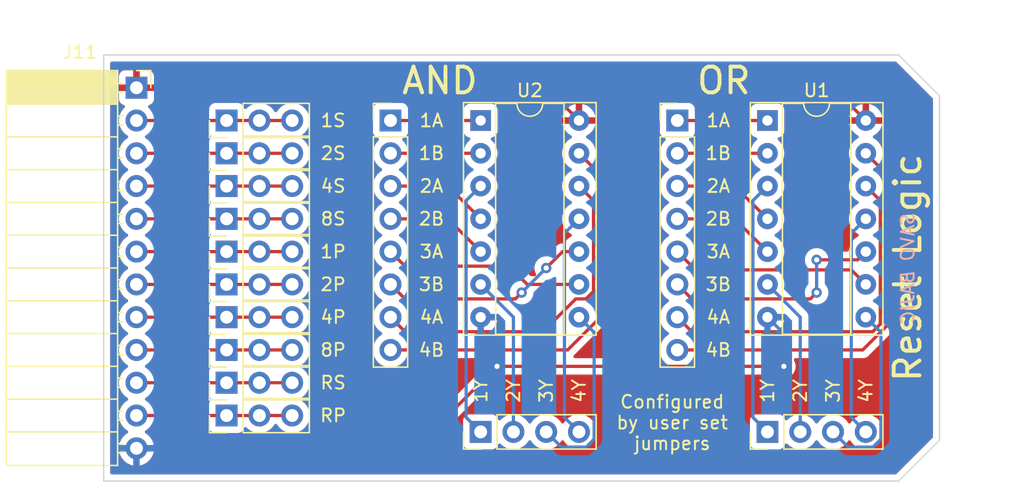
<source format=kicad_pcb>
(kicad_pcb (version 20211014) (generator pcbnew)
  (layers (0 "F.Cu" signal) (31 "B.Cu" signal) (34 "B.Paste" user) (35 "F.Paste" user) (36 "B.SilkS" user "B.Silkscreen") (37 "F.SilkS" user "F.Silkscreen") (38 "B.Mask" user) (39 "F.Mask" user) (44 "Edge.Cuts" user))
  (net 0 "")
  (net 1 "Net-(J1-Pad8)")
  (net 2 "Net-(J1-Pad7)")
  (net 3 "Net-(J1-Pad6)")
  (net 4 "Net-(J1-Pad5)")
  (net 5 "Net-(J1-Pad4)")
  (net 6 "Net-(J1-Pad3)")
  (net 7 "Net-(J1-Pad2)")
  (net 8 "Net-(J1-Pad1)")
  (net 9 "Net-(J2-Pad8)")
  (net 10 "Net-(J2-Pad7)")
  (net 11 "Net-(J2-Pad6)")
  (net 12 "Net-(J2-Pad5)")
  (net 13 "Net-(J2-Pad4)")
  (net 14 "Net-(J2-Pad3)")
  (net 15 "Net-(J2-Pad2)")
  (net 16 "Net-(J2-Pad1)")
  (net 17 "Net-(J3-Pad4)")
  (net 18 "Net-(J3-Pad3)")
  (net 19 "Net-(J3-Pad2)")
  (net 20 "Net-(J3-Pad1)")
  (net 21 "Net-(J4-Pad4)")
  (net 22 "Net-(J4-Pad3)")
  (net 23 "Net-(J4-Pad2)")
  (net 24 "Net-(J4-Pad1)")
  (net 25 "GND")
  (net 26 "VCC")
  (net 27 "/1S")
  (net 28 "/2S")
  (net 29 "/4S")
  (net 30 "/8S")
  (net 31 "/1P")
  (net 32 "/2P")
  (net 33 "/RP")
  (net 34 "/RS")
  (net 35 "/8P")
  (net 36 "/4P")
  (footprint "Connector_PinHeader_2.54mm:PinHeader_1x08_P2.54mm_Vertical" (layer "F.Cu") (at 112.395 85.09)
    (fp_text reference "J1" hide)
    (fp_text value "Conn_01x08_Female" hide)
    (fp_line (start -1.33 19.11) (end 1.33 19.11) (layer "F.SilkS") (width 0.12))
    (fp_line (start -1.33 -1.33) (end 0 -1.33) (layer "F.SilkS") (width 0.12))
    (fp_line (start -1.33 0) (end -1.33 -1.33) (layer "F.SilkS") (width 0.12))
    (fp_line (start -1.33 1.27) (end 1.33 1.27) (layer "F.SilkS") (width 0.12))
    (fp_line (start -1.33 1.27) (end -1.33 19.11) (layer "F.SilkS") (width 0.12))
    (fp_line (start 1.33 1.27) (end 1.33 19.11) (layer "F.SilkS") (width 0.12))
    (pad "1" thru_hole rect locked (at 0 0) (size 1.7 1.7) (drill 1) (layers *.Cu *.Mask) (net 8 "Net-(J1-Pad1)"))
    (pad "2" thru_hole oval locked (at 0 2.54) (size 1.7 1.7) (drill 1) (layers *.Cu *.Mask) (net 7 "Net-(J1-Pad2)"))
    (pad "3" thru_hole oval locked (at 0 5.08) (size 1.7 1.7) (drill 1) (layers *.Cu *.Mask) (net 6 "Net-(J1-Pad3)"))
    (pad "4" thru_hole oval locked (at 0 7.62) (size 1.7 1.7) (drill 1) (layers *.Cu *.Mask) (net 5 "Net-(J1-Pad4)"))
    (pad "5" thru_hole oval locked (at 0 10.16) (size 1.7 1.7) (drill 1) (layers *.Cu *.Mask) (net 4 "Net-(J1-Pad5)"))
    (pad "6" thru_hole oval locked (at 0 12.7) (size 1.7 1.7) (drill 1) (layers *.Cu *.Mask) (net 3 "Net-(J1-Pad6)"))
    (pad "7" thru_hole oval locked (at 0 15.24) (size 1.7 1.7) (drill 1) (layers *.Cu *.Mask) (net 2 "Net-(J1-Pad7)"))
    (pad "8" thru_hole oval locked (at 0 17.78) (size 1.7 1.7) (drill 1) (layers *.Cu *.Mask) (net 1 "Net-(J1-Pad8)"))
  )
  (footprint "Connector_PinHeader_2.54mm:PinHeader_1x08_P2.54mm_Vertical" (layer "F.Cu") (at 90.17 85.09)
    (fp_text reference "J2" hide)
    (fp_text value "Conn_01x08_Female" hide)
    (fp_line (start -1.33 0) (end -1.33 -1.33) (layer "F.SilkS") (width 0.12))
    (fp_line (start -1.33 -1.33) (end 0 -1.33) (layer "F.SilkS") (width 0.12))
    (fp_line (start 1.33 1.27) (end 1.33 19.11) (layer "F.SilkS") (width 0.12))
    (fp_line (start -1.33 19.11) (end 1.33 19.11) (layer "F.SilkS") (width 0.12))
    (fp_line (start -1.33 1.27) (end 1.33 1.27) (layer "F.SilkS") (width 0.12))
    (fp_line (start -1.33 1.27) (end -1.33 19.11) (layer "F.SilkS") (width 0.12))
    (pad "1" thru_hole rect locked (at 0 0) (size 1.7 1.7) (drill 1) (layers *.Cu *.Mask) (net 16 "Net-(J2-Pad1)"))
    (pad "2" thru_hole oval locked (at 0 2.54) (size 1.7 1.7) (drill 1) (layers *.Cu *.Mask) (net 15 "Net-(J2-Pad2)"))
    (pad "3" thru_hole oval locked (at 0 5.08) (size 1.7 1.7) (drill 1) (layers *.Cu *.Mask) (net 14 "Net-(J2-Pad3)"))
    (pad "4" thru_hole oval locked (at 0 7.62) (size 1.7 1.7) (drill 1) (layers *.Cu *.Mask) (net 13 "Net-(J2-Pad4)"))
    (pad "5" thru_hole oval locked (at 0 10.16) (size 1.7 1.7) (drill 1) (layers *.Cu *.Mask) (net 12 "Net-(J2-Pad5)"))
    (pad "6" thru_hole oval locked (at 0 12.7) (size 1.7 1.7) (drill 1) (layers *.Cu *.Mask) (net 11 "Net-(J2-Pad6)"))
    (pad "7" thru_hole oval locked (at 0 15.24) (size 1.7 1.7) (drill 1) (layers *.Cu *.Mask) (net 10 "Net-(J2-Pad7)"))
    (pad "8" thru_hole oval locked (at 0 17.78) (size 1.7 1.7) (drill 1) (layers *.Cu *.Mask) (net 9 "Net-(J2-Pad8)"))
  )
  (footprint "Connector_PinHeader_2.54mm:PinHeader_1x04_P2.54mm_Vertical" (layer "F.Cu") (at 97.155 109.22 90)
    (fp_text reference "J3" hide)
    (fp_text value "Conn_01x04_Female" hide)
    (fp_line (start -1.33 -1.33) (end 0 -1.33) (layer "F.SilkS") (width 0.12))
    (fp_line (start -1.33 1.27) (end -1.33 8.95) (layer "F.SilkS") (width 0.12))
    (fp_line (start -1.33 8.95) (end 1.33 8.95) (layer "F.SilkS") (width 0.12))
    (fp_line (start 1.33 1.27) (end 1.33 8.95) (layer "F.SilkS") (width 0.12))
    (fp_line (start -1.33 0) (end -1.33 -1.33) (layer "F.SilkS") (width 0.12))
    (fp_line (start -1.33 1.27) (end 1.33 1.27) (layer "F.SilkS") (width 0.12))
    (pad "1" thru_hole rect locked (at 0 0 90) (size 1.7 1.7) (drill 1) (layers *.Cu *.Mask) (net 20 "Net-(J3-Pad1)"))
    (pad "2" thru_hole oval locked (at 0 2.54 90) (size 1.7 1.7) (drill 1) (layers *.Cu *.Mask) (net 19 "Net-(J3-Pad2)"))
    (pad "3" thru_hole oval locked (at 0 5.08 90) (size 1.7 1.7) (drill 1) (layers *.Cu *.Mask) (net 18 "Net-(J3-Pad3)"))
    (pad "4" thru_hole oval locked (at 0 7.62 90) (size 1.7 1.7) (drill 1) (layers *.Cu *.Mask) (net 17 "Net-(J3-Pad4)"))
  )
  (footprint "Connector_PinHeader_2.54mm:PinHeader_1x04_P2.54mm_Vertical" (layer "F.Cu") (at 119.38 109.22 90)
    (fp_text reference "J4" hide)
    (fp_text value "Conn_01x04_Female" hide)
    (fp_line (start -1.33 -1.33) (end 0 -1.33) (layer "F.SilkS") (width 0.12))
    (fp_line (start -1.33 1.27) (end -1.33 8.95) (layer "F.SilkS") (width 0.12))
    (fp_line (start -1.33 8.95) (end 1.33 8.95) (layer "F.SilkS") (width 0.12))
    (fp_line (start -1.33 0) (end -1.33 -1.33) (layer "F.SilkS") (width 0.12))
    (fp_line (start -1.33 1.27) (end 1.33 1.27) (layer "F.SilkS") (width 0.12))
    (fp_line (start 1.33 1.27) (end 1.33 8.95) (layer "F.SilkS") (width 0.12))
    (pad "1" thru_hole rect locked (at 0 0 90) (size 1.7 1.7) (drill 1) (layers *.Cu *.Mask) (net 24 "Net-(J4-Pad1)"))
    (pad "2" thru_hole oval locked (at 0 2.54 90) (size 1.7 1.7) (drill 1) (layers *.Cu *.Mask) (net 23 "Net-(J4-Pad2)"))
    (pad "3" thru_hole oval locked (at 0 5.08 90) (size 1.7 1.7) (drill 1) (layers *.Cu *.Mask) (net 22 "Net-(J4-Pad3)"))
    (pad "4" thru_hole oval locked (at 0 7.62 90) (size 1.7 1.7) (drill 1) (layers *.Cu *.Mask) (net 21 "Net-(J4-Pad4)"))
  )
  (footprint "Connector_PinHeader_2.54mm:PinHeader_1x03_P2.54mm_Vertical" (layer "F.Cu") (at 77.47 85.09 90)
    (fp_text reference "J5" hide)
    (fp_text value "Conn_01x03_Male" hide)
    (fp_line (start -1.33 1.27) (end 1.33 1.27) (layer "F.SilkS") (width 0.12))
    (fp_line (start -1.33 6.41) (end 1.33 6.41) (layer "F.SilkS") (width 0.12))
    (fp_line (start 1.33 1.27) (end 1.33 6.41) (layer "F.SilkS") (width 0.12))
    (fp_line (start -1.33 1.27) (end -1.33 6.41) (layer "F.SilkS") (width 0.12))
    (fp_line (start -1.33 0) (end -1.33 -1.33) (layer "F.SilkS") (width 0.12))
    (fp_line (start -1.33 -1.33) (end 0 -1.33) (layer "F.SilkS") (width 0.12))
    (pad "1" thru_hole rect locked (at 0 0 90) (size 1.7 1.7) (drill 1) (layers *.Cu *.Mask) (net 27 "/1S"))
    (pad "2" thru_hole oval locked (at 0 2.54 90) (size 1.7 1.7) (drill 1) (layers *.Cu *.Mask) (net 27 "/1S"))
    (pad "3" thru_hole oval locked (at 0 5.08 90) (size 1.7 1.7) (drill 1) (layers *.Cu *.Mask) (net 27 "/1S"))
  )
  (footprint "Connector_PinHeader_2.54mm:PinHeader_1x03_P2.54mm_Vertical" (layer "F.Cu") (at 77.47 87.63 90)
    (fp_text reference "J6" hide)
    (fp_text value "Conn_01x03_Male" hide)
    (fp_line (start 1.33 1.27) (end 1.33 6.41) (layer "F.SilkS") (width 0.12))
    (fp_line (start -1.33 1.27) (end 1.33 1.27) (layer "F.SilkS") (width 0.12))
    (fp_line (start -1.33 6.41) (end 1.33 6.41) (layer "F.SilkS") (width 0.12))
    (fp_line (start -1.33 1.27) (end -1.33 6.41) (layer "F.SilkS") (width 0.12))
    (fp_line (start -1.33 0) (end -1.33 -1.33) (layer "F.SilkS") (width 0.12))
    (fp_line (start -1.33 -1.33) (end 0 -1.33) (layer "F.SilkS") (width 0.12))
    (pad "1" thru_hole rect locked (at 0 0 90) (size 1.7 1.7) (drill 1) (layers *.Cu *.Mask) (net 28 "/2S"))
    (pad "2" thru_hole oval locked (at 0 2.54 90) (size 1.7 1.7) (drill 1) (layers *.Cu *.Mask) (net 28 "/2S"))
    (pad "3" thru_hole oval locked (at 0 5.08 90) (size 1.7 1.7) (drill 1) (layers *.Cu *.Mask) (net 28 "/2S"))
  )
  (footprint "Connector_PinHeader_2.54mm:PinHeader_1x03_P2.54mm_Vertical" (layer "F.Cu") (at 77.47 90.17 90)
    (fp_text reference "J7" hide)
    (fp_text value "Conn_01x03_Male" hide)
    (fp_line (start -1.33 1.27) (end 1.33 1.27) (layer "F.SilkS") (width 0.12))
    (fp_line (start -1.33 1.27) (end -1.33 6.41) (layer "F.SilkS") (width 0.12))
    (fp_line (start -1.33 6.41) (end 1.33 6.41) (layer "F.SilkS") (width 0.12))
    (fp_line (start -1.33 -1.33) (end 0 -1.33) (layer "F.SilkS") (width 0.12))
    (fp_line (start -1.33 0) (end -1.33 -1.33) (layer "F.SilkS") (width 0.12))
    (fp_line (start 1.33 1.27) (end 1.33 6.41) (layer "F.SilkS") (width 0.12))
    (pad "1" thru_hole rect locked (at 0 0 90) (size 1.7 1.7) (drill 1) (layers *.Cu *.Mask) (net 29 "/4S"))
    (pad "2" thru_hole oval locked (at 0 2.54 90) (size 1.7 1.7) (drill 1) (layers *.Cu *.Mask) (net 29 "/4S"))
    (pad "3" thru_hole oval locked (at 0 5.08 90) (size 1.7 1.7) (drill 1) (layers *.Cu *.Mask) (net 29 "/4S"))
  )
  (footprint "Connector_PinHeader_2.54mm:PinHeader_1x03_P2.54mm_Vertical" (layer "F.Cu") (at 77.47 92.71 90)
    (fp_text reference "J8" hide)
    (fp_text value "Conn_01x03_Male" hide)
    (fp_line (start -1.33 0) (end -1.33 -1.33) (layer "F.SilkS") (width 0.12))
    (fp_line (start 1.33 1.27) (end 1.33 6.41) (layer "F.SilkS") (width 0.12))
    (fp_line (start -1.33 6.41) (end 1.33 6.41) (layer "F.SilkS") (width 0.12))
    (fp_line (start -1.33 -1.33) (end 0 -1.33) (layer "F.SilkS") (width 0.12))
    (fp_line (start -1.33 1.27) (end 1.33 1.27) (layer "F.SilkS") (width 0.12))
    (fp_line (start -1.33 1.27) (end -1.33 6.41) (layer "F.SilkS") (width 0.12))
    (pad "1" thru_hole rect locked (at 0 0 90) (size 1.7 1.7) (drill 1) (layers *.Cu *.Mask) (net 30 "/8S"))
    (pad "2" thru_hole oval locked (at 0 2.54 90) (size 1.7 1.7) (drill 1) (layers *.Cu *.Mask) (net 30 "/8S"))
    (pad "3" thru_hole oval locked (at 0 5.08 90) (size 1.7 1.7) (drill 1) (layers *.Cu *.Mask) (net 30 "/8S"))
  )
  (footprint "Connector_PinHeader_2.54mm:PinHeader_1x03_P2.54mm_Vertical" (layer "F.Cu") (at 77.47 95.25 90)
    (fp_text reference "J9" hide)
    (fp_text value "Conn_01x03_Male" hide)
    (fp_line (start -1.33 -1.33) (end 0 -1.33) (layer "F.SilkS") (width 0.12))
    (fp_line (start 1.33 1.27) (end 1.33 6.41) (layer "F.SilkS") (width 0.12))
    (fp_line (start -1.33 0) (end -1.33 -1.33) (layer "F.SilkS") (width 0.12))
    (fp_line (start -1.33 1.27) (end -1.33 6.41) (layer "F.SilkS") (width 0.12))
    (fp_line (start -1.33 6.41) (end 1.33 6.41) (layer "F.SilkS") (width 0.12))
    (fp_line (start -1.33 1.27) (end 1.33 1.27) (layer "F.SilkS") (width 0.12))
    (pad "1" thru_hole rect locked (at 0 0 90) (size 1.7 1.7) (drill 1) (layers *.Cu *.Mask) (net 31 "/1P"))
    (pad "2" thru_hole oval locked (at 0 2.54 90) (size 1.7 1.7) (drill 1) (layers *.Cu *.Mask) (net 31 "/1P"))
    (pad "3" thru_hole oval locked (at 0 5.08 90) (size 1.7 1.7) (drill 1) (layers *.Cu *.Mask) (net 31 "/1P"))
  )
  (footprint "Connector_PinHeader_2.54mm:PinHeader_1x03_P2.54mm_Vertical" (layer "F.Cu") (at 77.47 97.79 90)
    (fp_text reference "J10" hide)
    (fp_text value "Conn_01x03_Male" hide)
    (fp_line (start -1.33 0) (end -1.33 -1.33) (layer "F.SilkS") (width 0.12))
    (fp_line (start -1.33 -1.33) (end 0 -1.33) (layer "F.SilkS") (width 0.12))
    (fp_line (start -1.33 6.41) (end 1.33 6.41) (layer "F.SilkS") (width 0.12))
    (fp_line (start -1.33 1.27) (end -1.33 6.41) (layer "F.SilkS") (width 0.12))
    (fp_line (start 1.33 1.27) (end 1.33 6.41) (layer "F.SilkS") (width 0.12))
    (fp_line (start -1.33 1.27) (end 1.33 1.27) (layer "F.SilkS") (width 0.12))
    (pad "1" thru_hole rect locked (at 0 0 90) (size 1.7 1.7) (drill 1) (layers *.Cu *.Mask) (net 32 "/2P"))
    (pad "2" thru_hole oval locked (at 0 2.54 90) (size 1.7 1.7) (drill 1) (layers *.Cu *.Mask) (net 32 "/2P"))
    (pad "3" thru_hole oval locked (at 0 5.08 90) (size 1.7 1.7) (drill 1) (layers *.Cu *.Mask) (net 32 "/2P"))
  )
  (footprint "Connector_PinSocket_2.54mm:PinSocket_1x12_P2.54mm_Horizontal" (layer "F.Cu") (at 70.485 82.55)
    (fp_text reference "J11" (at -4.38 -2.77) (layer "F.SilkS"))
    (fp_text value "DISP")
    (fp_line (start -1.46 5.44) (end -1.05 5.44) (layer "F.SilkS") (width 0.12))
    (fp_line (start -10.09 6.35) (end -1.46 6.35) (layer "F.SilkS") (width 0.12))
    (fp_line (start -10.09 11.43) (end -1.46 11.43) (layer "F.SilkS") (width 0.12))
    (fp_line (start -1.46 2.9) (end -1.05 2.9) (layer "F.SilkS") (width 0.12))
    (fp_line (start -10.09 -0.97381) (end -1.46 -0.97381) (layer "F.SilkS") (width 0.12))
    (fp_line (start -1.46 17.42) (end -1.05 17.42) (layer "F.SilkS") (width 0.12))
    (fp_line (start -10.09 0.67952) (end -1.46 0.67952) (layer "F.SilkS") (width 0.12))
    (fp_line (start -10.09 1.1519) (end -1.46 1.1519) (layer "F.SilkS") (width 0.12))
    (fp_line (start -1.46 9.8) (end -1.05 9.8) (layer "F.SilkS") (width 0.12))
    (fp_line (start -1.46 23.22) (end -1.05 23.22) (layer "F.SilkS") (width 0.12))
    (fp_line (start -10.09 -1.21) (end -1.46 -1.21) (layer "F.SilkS") (width 0.12))
    (fp_line (start -10.09 0.325235) (end -1.46 0.325235) (layer "F.SilkS") (width 0.12))
    (fp_line (start 1.11 -1.33) (end 1.11 0) (layer "F.SilkS") (width 0.12))
    (fp_line (start -1.46 19.96) (end -1.05 19.96) (layer "F.SilkS") (width 0.12))
    (fp_line (start -1.46 27.58) (end -1.05 27.58) (layer "F.SilkS") (width 0.12))
    (fp_line (start -10.09 8.89) (end -1.46 8.89) (layer "F.SilkS") (width 0.12))
    (fp_line (start -1.46 28.3) (end -1.05 28.3) (layer "F.SilkS") (width 0.12))
    (fp_line (start -1.46 10.52) (end -1.05 10.52) (layer "F.SilkS") (width 0.12))
    (fp_line (start -1.46 15.6) (end -1.05 15.6) (layer "F.SilkS") (width 0.12))
    (fp_line (start -10.09 1.033805) (end -1.46 1.033805) (layer "F.SilkS") (width 0.12))
    (fp_line (start 0 -1.33) (end 1.11 -1.33) (layer "F.SilkS") (width 0.12))
    (fp_line (start -10.09 0.91571) (end -1.46 0.91571) (layer "F.SilkS") (width 0.12))
    (fp_line (start -10.09 0.797615) (end -1.46 0.797615) (layer "F.SilkS") (width 0.12))
    (fp_line (start -1.46 13.06) (end -1.05 13.06) (layer "F.SilkS") (width 0.12))
    (fp_line (start -10.09 3.81) (end -1.46 3.81) (layer "F.SilkS") (width 0.12))
    (fp_line (start -1.46 7.98) (end -1.05 7.98) (layer "F.SilkS") (width 0.12))
    (fp_line (start -10.09 21.59) (end -1.46 21.59) (layer "F.SilkS") (width 0.12))
    (fp_line (start -10.09 1.27) (end -1.46 1.27) (layer "F.SilkS") (width 0.12))
    (fp_line (start -1.46 14.88) (end -1.05 14.88) (layer "F.SilkS") (width 0.12))
    (fp_line (start -1.46 12.34) (end -1.05 12.34) (layer "F.SilkS") (width 0.12))
    (fp_line (start -10.09 26.67) (end -1.46 26.67) (layer "F.SilkS") (width 0.12))
    (fp_line (start -10.09 -1.091905) (end -1.46 -1.091905) (layer "F.SilkS") (width 0.12))
    (fp_line (start -1.46 22.5) (end -1.05 22.5) (layer "F.SilkS") (width 0.12))
    (fp_line (start -10.09 0.089045) (end -1.46 0.089045) (layer "F.SilkS") (width 0.12))
    (fp_line (start -1.46 7.26) (end -1.05 7.26) (layer "F.SilkS") (width 0.12))
    (fp_line (start -1.46 25.04) (end -1.05 25.04) (layer "F.SilkS") (width 0.12))
    (fp_line (start -10.09 -0.619525) (end -1.46 -0.619525) (layer "F.SilkS") (width 0.12))
    (fp_line (start -10.09 -1.33) (end -1.46 -1.33) (layer "F.SilkS") (width 0.12))
    (fp_line (start -1.46 20.68) (end -1.05 20.68) (layer "F.SilkS") (width 0.12))
    (fp_line (start -10.09 0.44333) (end -1.46 0.44333) (layer "F.SilkS") (width 0.12))
    (fp_line (start -10.09 -0.73762) (end -1.46 -0.73762) (layer "F.SilkS") (width 0.12))
    (fp_line (start -10.09 -0.855715) (end -1.46 -0.855715) (layer "F.SilkS") (width 0.12))
    (fp_line (start -1.46 0.36) (end -1.11 0.36) (layer "F.SilkS") (width 0.12))
    (fp_line (start -10.09 -0.50143) (end -1.46 -0.50143) (layer "F.SilkS") (width 0.12))
    (fp_line (start -10.09 -0.147145) (end -1.46 -0.147145) (layer "F.SilkS") (width 0.12))
    (fp_line (start -10.09 13.97) (end -1.46 13.97) (layer "F.SilkS") (width 0.12))
    (fp_line (start -10.09 29.27) (end -1.46 29.27) (layer "F.SilkS") (width 0.12))
    (fp_line (start -10.09 -1.33) (end -10.09 29.27) (layer "F.SilkS") (width 0.12))
    (fp_line (start -10.09 16.51) (end -1.46 16.51) (layer "F.SilkS") (width 0.12))
    (fp_line (start -10.09 24.13) (end -1.46 24.13) (layer "F.SilkS") (width 0.12))
    (fp_line (start -10.09 -0.26524) (end -1.46 -0.26524) (layer "F.SilkS") (width 0.12))
    (fp_line (start -10.09 -0.383335) (end -1.46 -0.383335) (layer "F.SilkS") (width 0.12))
    (fp_line (start -1.46 18.14) (end -1.05 18.14) (layer "F.SilkS") (width 0.12))
    (fp_line (start -1.46 -0.36) (end -1.11 -0.36) (layer "F.SilkS") (width 0.12))
    (fp_line (start -1.46 25.76) (end -1.05 25.76) (layer "F.SilkS") (width 0.12))
    (fp_line (start -1.46 2.18) (end -1.05 2.18) (layer "F.SilkS") (width 0.12))
    (fp_line (start -10.09 19.05) (end -1.46 19.05) (layer "F.SilkS") (width 0.12))
    (fp_line (start -1.46 4.72) (end -1.05 4.72) (layer "F.SilkS") (width 0.12))
    (fp_line (start -1.46 -1.33) (end -1.46 29.27) (layer "F.SilkS") (width 0.12))
    (fp_line (start -10.09 -0.02905) (end -1.46 -0.02905) (layer "F.SilkS") (width 0.12))
    (fp_line (start -10.09 0.561425) (end -1.46 0.561425) (layer "F.SilkS") (width 0.12))
    (fp_line (start -10.09 0.20714) (end -1.46 0.20714) (layer "F.SilkS") (width 0.12))
    (pad "1" thru_hole rect locked (at 0 0) (size 1.7 1.7) (drill 1) (layers *.Cu *.Mask) (net 26 "VCC"))
    (pad "2" thru_hole oval locked (at 0 2.54) (size 1.7 1.7) (drill 1) (layers *.Cu *.Mask) (net 27 "/1S"))
    (pad "3" thru_hole oval locked (at 0 5.08) (size 1.7 1.7) (drill 1) (layers *.Cu *.Mask) (net 28 "/2S"))
    (pad "4" thru_hole oval locked (at 0 7.62) (size 1.7 1.7) (drill 1) (layers *.Cu *.Mask) (net 29 "/4S"))
    (pad "5" thru_hole oval locked (at 0 10.16) (size 1.7 1.7) (drill 1) (layers *.Cu *.Mask) (net 30 "/8S"))
    (pad "6" thru_hole oval locked (at 0 12.7) (size 1.7 1.7) (drill 1) (layers *.Cu *.Mask) (net 31 "/1P"))
    (pad "7" thru_hole oval locked (at 0 15.24) (size 1.7 1.7) (drill 1) (layers *.Cu *.Mask) (net 32 "/2P"))
    (pad "8" thru_hole oval locked (at 0 17.78) (size 1.7 1.7) (drill 1) (layers *.Cu *.Mask) (net 36 "/4P"))
    (pad "9" thru_hole oval locked (at 0 20.32) (size 1.7 1.7) (drill 1) (layers *.Cu *.Mask) (net 35 "/8P"))
    (pad "10" thru_hole oval locked (at 0 22.86) (size 1.7 1.7) (drill 1) (layers *.Cu *.Mask) (net 34 "/RS"))
    (pad "11" thru_hole oval locked (at 0 25.4) (size 1.7 1.7) (drill 1) (layers *.Cu *.Mask) (net 33 "/RP"))
    (pad "12" thru_hole oval locked (at 0 27.94) (size 1.7 1.7) (drill 1) (layers *.Cu *.Mask) (net 25 "GND"))
  )
  (footprint "Connector_PinHeader_2.54mm:PinHeader_1x03_P2.54mm_Vertical" (layer "F.Cu") (at 77.47 100.33 90)
    (fp_text reference "J12" hide)
    (fp_text value "Conn_01x03_Male" hide)
    (fp_line (start -1.33 6.41) (end 1.33 6.41) (layer "F.SilkS") (width 0.12))
    (fp_line (start -1.33 -1.33) (end 0 -1.33) (layer "F.SilkS") (width 0.12))
    (fp_line (start 1.33 1.27) (end 1.33 6.41) (layer "F.SilkS") (width 0.12))
    (fp_line (start -1.33 0) (end -1.33 -1.33) (layer "F.SilkS") (width 0.12))
    (fp_line (start -1.33 1.27) (end 1.33 1.27) (layer "F.SilkS") (width 0.12))
    (fp_line (start -1.33 1.27) (end -1.33 6.41) (layer "F.SilkS") (width 0.12))
    (pad "1" thru_hole rect locked (at 0 0 90) (size 1.7 1.7) (drill 1) (layers *.Cu *.Mask) (net 36 "/4P"))
    (pad "2" thru_hole oval locked (at 0 2.54 90) (size 1.7 1.7) (drill 1) (layers *.Cu *.Mask) (net 36 "/4P"))
    (pad "3" thru_hole oval locked (at 0 5.08 90) (size 1.7 1.7) (drill 1) (layers *.Cu *.Mask) (net 36 "/4P"))
  )
  (footprint "Connector_PinHeader_2.54mm:PinHeader_1x03_P2.54mm_Vertical" (layer "F.Cu") (at 77.47 102.87 90)
    (fp_text reference "J13" hide)
    (fp_text value "Conn_01x03_Male" hide)
    (fp_line (start 1.33 1.27) (end 1.33 6.41) (layer "F.SilkS") (width 0.12))
    (fp_line (start -1.33 0) (end -1.33 -1.33) (layer "F.SilkS") (width 0.12))
    (fp_line (start -1.33 6.41) (end 1.33 6.41) (layer "F.SilkS") (width 0.12))
    (fp_line (start -1.33 1.27) (end 1.33 1.27) (layer "F.SilkS") (width 0.12))
    (fp_line (start -1.33 -1.33) (end 0 -1.33) (layer "F.SilkS") (width 0.12))
    (fp_line (start -1.33 1.27) (end -1.33 6.41) (layer "F.SilkS") (width 0.12))
    (pad "1" thru_hole rect locked (at 0 0 90) (size 1.7 1.7) (drill 1) (layers *.Cu *.Mask) (net 35 "/8P"))
    (pad "2" thru_hole oval locked (at 0 2.54 90) (size 1.7 1.7) (drill 1) (layers *.Cu *.Mask) (net 35 "/8P"))
    (pad "3" thru_hole oval locked (at 0 5.08 90) (size 1.7 1.7) (drill 1) (layers *.Cu *.Mask) (net 35 "/8P"))
  )
  (footprint "Connector_PinHeader_2.54mm:PinHeader_1x03_P2.54mm_Vertical" (layer "F.Cu") (at 77.47 105.41 90)
    (fp_text reference "J14" hide)
    (fp_text value "Conn_01x03_Male" hide)
    (fp_line (start 1.33 1.27) (end 1.33 6.41) (layer "F.SilkS") (width 0.12))
    (fp_line (start -1.33 6.41) (end 1.33 6.41) (layer "F.SilkS") (width 0.12))
    (fp_line (start -1.33 1.27) (end -1.33 6.41) (layer "F.SilkS") (width 0.12))
    (fp_line (start -1.33 -1.33) (end 0 -1.33) (layer "F.SilkS") (width 0.12))
    (fp_line (start -1.33 0) (end -1.33 -1.33) (layer "F.SilkS") (width 0.12))
    (fp_line (start -1.33 1.27) (end 1.33 1.27) (layer "F.SilkS") (width 0.12))
    (pad "1" thru_hole rect locked (at 0 0 90) (size 1.7 1.7) (drill 1) (layers *.Cu *.Mask) (net 34 "/RS"))
    (pad "2" thru_hole oval locked (at 0 2.54 90) (size 1.7 1.7) (drill 1) (layers *.Cu *.Mask) (net 34 "/RS"))
    (pad "3" thru_hole oval locked (at 0 5.08 90) (size 1.7 1.7) (drill 1) (layers *.Cu *.Mask) (net 34 "/RS"))
  )
  (footprint "Connector_PinHeader_2.54mm:PinHeader_1x03_P2.54mm_Vertical" (layer "F.Cu") (at 77.47 107.95 90)
    (fp_text reference "J15" hide)
    (fp_text value "Conn_01x03_Male" hide)
    (fp_line (start -1.33 1.27) (end -1.33 6.41) (layer "F.SilkS") (width 0.12))
    (fp_line (start -1.33 0) (end -1.33 -1.33) (layer "F.SilkS") (width 0.12))
    (fp_line (start -1.33 -1.33) (end 0 -1.33) (layer "F.SilkS") (width 0.12))
    (fp_line (start -1.33 6.41) (end 1.33 6.41) (layer "F.SilkS") (width 0.12))
    (fp_line (start -1.33 1.27) (end 1.33 1.27) (layer "F.SilkS") (width 0.12))
    (fp_line (start 1.33 1.27) (end 1.33 6.41) (layer "F.SilkS") (width 0.12))
    (pad "1" thru_hole rect locked (at 0 0 90) (size 1.7 1.7) (drill 1) (layers *.Cu *.Mask) (net 33 "/RP"))
    (pad "2" thru_hole oval locked (at 0 2.54 90) (size 1.7 1.7) (drill 1) (layers *.Cu *.Mask) (net 33 "/RP"))
    (pad "3" thru_hole oval locked (at 0 5.08 90) (size 1.7 1.7) (drill 1) (layers *.Cu *.Mask) (net 33 "/RP"))
  )
  (footprint "Package_DIP:DIP-14_W7.62mm_Socket" (layer "F.Cu") (at 119.38 85.09)
    (fp_text reference "U1" (at 3.81 -2.33) (layer "F.SilkS"))
    (fp_text value "74LS32")
    (fp_line (start -1.33 -1.39) (end -1.33 16.63) (layer "F.SilkS") (width 0.12))
    (fp_line (start 8.95 -1.39) (end -1.33 -1.39) (layer "F.SilkS") (width 0.12))
    (fp_line (start 2.81 -1.33) (end 1.16 -1.33) (layer "F.SilkS") (width 0.12))
    (fp_line (start 8.95 16.63) (end 8.95 -1.39) (layer "F.SilkS") (width 0.12))
    (fp_line (start 1.16 -1.33) (end 1.16 16.57) (layer "F.SilkS") (width 0.12))
    (fp_line (start 6.46 -1.33) (end 4.81 -1.33) (layer "F.SilkS") (width 0.12))
    (fp_line (start 6.46 16.57) (end 6.46 -1.33) (layer "F.SilkS") (width 0.12))
    (fp_line (start -1.33 16.63) (end 8.95 16.63) (layer "F.SilkS") (width 0.12))
    (fp_line (start 1.16 16.57) (end 6.46 16.57) (layer "F.SilkS") (width 0.12))
    (fp_arc (start 4.81 -1.33) (mid 3.81 -0.33) (end 2.81 -1.33) (layer "F.SilkS") (width 0.12))
    (pad "1" thru_hole rect locked (at 0 0) (size 1.6 1.6) (drill 0.8) (layers *.Cu *.Mask) (net 8 "Net-(J1-Pad1)"))
    (pad "2" thru_hole oval locked (at 0 2.54) (size 1.6 1.6) (drill 0.8) (layers *.Cu *.Mask) (net 7 "Net-(J1-Pad2)"))
    (pad "3" thru_hole oval locked (at 0 5.08) (size 1.6 1.6) (drill 0.8) (layers *.Cu *.Mask) (net 24 "Net-(J4-Pad1)"))
    (pad "4" thru_hole oval locked (at 0 7.62) (size 1.6 1.6) (drill 0.8) (layers *.Cu *.Mask) (net 6 "Net-(J1-Pad3)"))
    (pad "5" thru_hole oval locked (at 0 10.16) (size 1.6 1.6) (drill 0.8) (layers *.Cu *.Mask) (net 5 "Net-(J1-Pad4)"))
    (pad "6" thru_hole oval locked (at 0 12.7) (size 1.6 1.6) (drill 0.8) (layers *.Cu *.Mask) (net 23 "Net-(J4-Pad2)"))
    (pad "7" thru_hole oval locked (at 0 15.24) (size 1.6 1.6) (drill 0.8) (layers *.Cu *.Mask) (net 25 "GND"))
    (pad "8" thru_hole oval locked (at 7.62 15.24) (size 1.6 1.6) (drill 0.8) (layers *.Cu *.Mask) (net 22 "Net-(J4-Pad3)"))
    (pad "9" thru_hole oval locked (at 7.62 12.7) (size 1.6 1.6) (drill 0.8) (layers *.Cu *.Mask) (net 4 "Net-(J1-Pad5)"))
    (pad "10" thru_hole oval locked (at 7.62 10.16) (size 1.6 1.6) (drill 0.8) (layers *.Cu *.Mask) (net 3 "Net-(J1-Pad6)"))
    (pad "11" thru_hole oval locked (at 7.62 7.62) (size 1.6 1.6) (drill 0.8) (layers *.Cu *.Mask) (net 21 "Net-(J4-Pad4)"))
    (pad "12" thru_hole oval locked (at 7.62 5.08) (size 1.6 1.6) (drill 0.8) (layers *.Cu *.Mask) (net 2 "Net-(J1-Pad7)"))
    (pad "13" thru_hole oval locked (at 7.62 2.54) (size 1.6 1.6) (drill 0.8) (layers *.Cu *.Mask) (net 1 "Net-(J1-Pad8)"))
    (pad "14" thru_hole oval locked (at 7.62 0) (size 1.6 1.6) (drill 0.8) (layers *.Cu *.Mask) (net 26 "VCC"))
  )
  (footprint "Package_DIP:DIP-14_W7.62mm_Socket" (layer "F.Cu") (at 97.155 85.09)
    (fp_text reference "U2" (at 3.81 -2.33) (layer "F.SilkS"))
    (fp_text value "74LS08")
    (fp_line (start 6.46 -1.33) (end 4.81 -1.33) (layer "F.SilkS") (width 0.12))
    (fp_line (start 1.16 -1.33) (end 1.16 16.57) (layer "F.SilkS") (width 0.12))
    (fp_line (start -1.33 16.63) (end 8.95 16.63) (layer "F.SilkS") (width 0.12))
    (fp_line (start -1.33 -1.39) (end -1.33 16.63) (layer "F.SilkS") (width 0.12))
    (fp_line (start 8.95 -1.39) (end -1.33 -1.39) (layer "F.SilkS") (width 0.12))
    (fp_line (start 6.46 16.57) (end 6.46 -1.33) (layer "F.SilkS") (width 0.12))
    (fp_line (start 8.95 16.63) (end 8.95 -1.39) (layer "F.SilkS") (width 0.12))
    (fp_line (start 1.16 16.57) (end 6.46 16.57) (layer "F.SilkS") (width 0.12))
    (fp_line (start 2.81 -1.33) (end 1.16 -1.33) (layer "F.SilkS") (width 0.12))
    (fp_arc (start 4.81 -1.33) (mid 3.81 -0.33) (end 2.81 -1.33) (layer "F.SilkS") (width 0.12))
    (pad "1" thru_hole rect locked (at 0 0) (size 1.6 1.6) (drill 0.8) (layers *.Cu *.Mask) (net 16 "Net-(J2-Pad1)"))
    (pad "2" thru_hole oval locked (at 0 2.54) (size 1.6 1.6) (drill 0.8) (layers *.Cu *.Mask) (net 15 "Net-(J2-Pad2)"))
    (pad "3" thru_hole oval locked (at 0 5.08) (size 1.6 1.6) (drill 0.8) (layers *.Cu *.Mask) (net 20 "Net-(J3-Pad1)"))
    (pad "4" thru_hole oval locked (at 0 7.62) (size 1.6 1.6) (drill 0.8) (layers *.Cu *.Mask) (net 14 "Net-(J2-Pad3)"))
    (pad "5" thru_hole oval locked (at 0 10.16) (size 1.6 1.6) (drill 0.8) (layers *.Cu *.Mask) (net 13 "Net-(J2-Pad4)"))
    (pad "6" thru_hole oval locked (at 0 12.7) (size 1.6 1.6) (drill 0.8) (layers *.Cu *.Mask) (net 19 "Net-(J3-Pad2)"))
    (pad "7" thru_hole oval locked (at 0 15.24) (size 1.6 1.6) (drill 0.8) (layers *.Cu *.Mask) (net 25 "GND"))
    (pad "8" thru_hole oval locked (at 7.62 15.24) (size 1.6 1.6) (drill 0.8) (layers *.Cu *.Mask) (net 18 "Net-(J3-Pad3)"))
    (pad "9" thru_hole oval locked (at 7.62 12.7) (size 1.6 1.6) (drill 0.8) (layers *.Cu *.Mask) (net 12 "Net-(J2-Pad5)"))
    (pad "10" thru_hole oval locked (at 7.62 10.16) (size 1.6 1.6) (drill 0.8) (layers *.Cu *.Mask) (net 11 "Net-(J2-Pad6)"))
    (pad "11" thru_hole oval locked (at 7.62 7.62) (size 1.6 1.6) (drill 0.8) (layers *.Cu *.Mask) (net 17 "Net-(J3-Pad4)"))
    (pad "12" thru_hole oval locked (at 7.62 5.08) (size 1.6 1.6) (drill 0.8) (layers *.Cu *.Mask) (net 10 "Net-(J2-Pad7)"))
    (pad "13" thru_hole oval locked (at 7.62 2.54) (size 1.6 1.6) (drill 0.8) (layers *.Cu *.Mask) (net 9 "Net-(J2-Pad8)"))
    (pad "14" thru_hole oval locked (at 7.62 0) (size 1.6 1.6) (drill 0.8) (layers *.Cu *.Mask) (net 26 "VCC"))
  )
  (gr_line (start 132.715 109.855) (end 129.54 113.03) (layer "Edge.Cuts") (width 0.1))
  (gr_line (start 67.945 80.01) (end 67.945 113.03) (layer "Edge.Cuts") (width 0.1))
  (gr_line (start 132.715 83.185) (end 132.715 109.855) (layer "Edge.Cuts") (width 0.1))
  (gr_line (start 67.945 80.01) (end 129.54 80.01) (layer "Edge.Cuts") (width 0.1))
  (gr_line (start 129.54 80.01) (end 132.715 83.185) (layer "Edge.Cuts") (width 0.1))
  (gr_line (start 67.945 113.03) (end 129.54 113.03) (layer "Edge.Cuts") (width 0.1))
  (gr_text "SAVO BAJIC" (at 130.25 96.5 90) (layer "B.SilkS") (effects (font (size 1 1) (thickness 0.15) italic) (justify mirror)))
  (gr_text "3B" (at 115.57 97.79) (layer "F.SilkS") (effects (font (size 1 1))))
  (gr_text "2A" (at 115.57 90.17) (layer "F.SilkS") (effects (font (size 1 1))))
  (gr_text "1B" (at 115.57 87.63) (layer "F.SilkS") (effects (font (size 1 1))))
  (gr_text "3A" (at 115.57 95.25) (layer "F.SilkS") (effects (font (size 1 1))))
  (gr_text "4A" (at 115.57 100.33) (layer "F.SilkS") (effects (font (size 1 1))))
  (gr_text "1A" (at 115.57 85.09) (layer "F.SilkS") (effects (font (size 1 1))))
  (gr_text "2B" (at 115.57 92.71) (layer "F.SilkS") (effects (font (size 1 1))))
  (gr_text "4B" (at 115.57 102.87) (layer "F.SilkS") (effects (font (size 1 1))))
  (gr_text "3Y" (at 124.46 106.045 90) (layer "F.SilkS") (effects (font (size 1 1))))
  (gr_text "2Y" (at 121.92 106.045 90) (layer "F.SilkS") (effects (font (size 1 1))))
  (gr_text "4Y" (at 127 106.045 90) (layer "F.SilkS") (effects (font (size 1 1))))
  (gr_text "1Y" (at 119.38 106.045 90) (layer "F.SilkS") (effects (font (size 1 1))))
  (gr_text "1A" (at 93.345 85.09) (layer "F.SilkS") (effects (font (size 1 1))))
  (gr_text "3B" (at 93.345 97.79) (layer "F.SilkS") (effects (font (size 1 1))))
  (gr_text "1P" (at 85.725 95.25) (layer "F.SilkS") (effects (font (size 1 1))))
  (gr_text "RP" (at 85.725 107.95) (layer "F.SilkS") (effects (font (size 1 1))))
  (gr_text "AND" (at 94 82) (layer "F.SilkS") (effects (font (size 2 2) (thickness 0.3))))
  (gr_text "2Y" (at 99.695 106.045 90) (layer "F.SilkS") (effects (font (size 1 1))))
  (gr_text "1S" (at 85.725 85.09) (layer "F.SilkS") (effects (font (size 1 1))))
  (gr_text "4P" (at 85.725 100.33) (layer "F.SilkS") (effects (font (size 1 1))))
  (gr_text "1Y" (at 97.155 106.045 90) (layer "F.SilkS") (effects (font (size 1 1))))
  (gr_text "2A" (at 93.345 90.17) (layer "F.SilkS") (effects (font (size 1 1))))
  (gr_text "Reset Logic" (at 130.25 96.5 90) (layer "F.SilkS") (effects (font (size 2 2) (thickness 0.3))))
  (gr_text "Configured\nby user set\njumpers" (at 112 108.5) (layer "F.SilkS") (effects (font (size 1 1))))
  (gr_text "4S" (at 85.725 90.17) (layer "F.SilkS") (effects (font (size 1 1))))
  (gr_text "RS" (at 85.725 105.41) (layer "F.SilkS") (effects (font (size 1 1))))
  (gr_text "2P" (at 85.725 97.79) (layer "F.SilkS") (effects (font (size 1 1))))
  (gr_text "2S" (at 85.725 87.63) (layer "F.SilkS") (effects (font (size 1 1))))
  (gr_text "4A" (at 93.345 100.33) (layer "F.SilkS") (effects (font (size 1 1))))
  (gr_text "3A" (at 93.345 95.25) (layer "F.SilkS") (effects (font (size 1 1))))
  (gr_text "4B" (at 93.345 102.87) (layer "F.SilkS") (effects (font (size 1 1))))
  (gr_text "3Y" (at 102.235 106.045 90) (layer "F.SilkS") (effects (font (size 1 1))))
  (gr_text "8S" (at 85.725 92.71) (layer "F.SilkS") (effects (font (size 1 1))))
  (gr_text "2B" (at 93.345 92.71) (layer "F.SilkS") (effects (font (size 1 1))))
  (gr_text "4Y" (at 104.775 106.045 90) (layer "F.SilkS") (effects (font (size 1 1))))
  (gr_text "8P" (at 85.725 102.87) (layer "F.SilkS") (effects (font (size 1 1))))
  (gr_text "OR" (at 116 82) (layer "F.SilkS") (effects (font (size 2 2) (thickness 0.3))))
  (gr_text "1B" (at 93.345 87.63) (layer "F.SilkS") (effects (font (size 1 1))))
  (segment (start 126.761412 102.87) (end 112.395 102.87) (width 0.25) (layer "F.Cu") (net 1))
  (segment (start 127 87.63) (end 128.57501 89.20501) (width 0.25) (layer "F.Cu") (net 1))
  (segment (start 128.57501 89.20501) (end 128.57501 101.056402) (width 0.25) (layer "F.Cu") (net 1))
  (segment (start 128.57501 101.056402) (end 126.761412 102.87) (width 0.25) (layer "F.Cu") (net 1))
  (segment (start 113.520001 101.455001) (end 127.540001 101.455001) (width 0.25) (layer "F.Cu") (net 2))
  (segment (start 128.125001 100.870001) (end 128.125001 91.295001) (width 0.25) (layer "F.Cu") (net 2))
  (segment (start 128.125001 91.295001) (end 127 90.17) (width 0.25) (layer "F.Cu") (net 2))
  (segment (start 112.395 100.33) (end 113.520001 101.455001) (width 0.25) (layer "F.Cu") (net 2))
  (segment (start 127.540001 101.455001) (end 128.125001 100.870001) (width 0.25) (layer "F.Cu") (net 2))
  (segment (start 122.699999 98.915001) (end 123.19 98.425) (width 0.25) (layer "F.Cu") (net 3))
  (segment (start 112.395 97.79) (end 113.520001 98.915001) (width 0.25) (layer "F.Cu") (net 3))
  (segment (start 123.19 95.885) (end 126.365 95.885) (width 0.25) (layer "F.Cu") (net 3))
  (segment (start 113.520001 98.915001) (end 122.699999 98.915001) (width 0.25) (layer "F.Cu") (net 3))
  (segment (start 126.365 95.885) (end 127 95.25) (width 0.25) (layer "F.Cu") (net 3))
  (via (at 123.19 98.425) (size 0.8) (drill 0.4) (layers "F.Cu" "B.Cu") (net 3))
  (via (at 123.19 95.885) (size 0.8) (drill 0.4) (layers "F.Cu" "B.Cu") (net 3))
  (segment (start 123.19 98.425) (end 123.19 95.885) (width 0.25) (layer "B.Cu") (net 3))
  (segment (start 125.874999 96.664999) (end 127 97.79) (width 0.25) (layer "F.Cu") (net 4))
  (segment (start 112.395 95.25) (end 113.809999 96.664999) (width 0.25) (layer "F.Cu") (net 4))
  (segment (start 113.809999 96.664999) (end 125.874999 96.664999) (width 0.25) (layer "F.Cu") (net 4))
  (segment (start 112.395 92.71) (end 116.84 92.71) (width 0.25) (layer "F.Cu") (net 5))
  (segment (start 116.84 92.71) (end 119.38 95.25) (width 0.25) (layer "F.Cu") (net 5))
  (segment (start 116.84 90.17) (end 119.38 92.71) (width 0.25) (layer "F.Cu") (net 6))
  (segment (start 112.395 90.17) (end 116.84 90.17) (width 0.25) (layer "F.Cu") (net 6))
  (segment (start 119.38 87.63) (end 112.395 87.63) (width 0.25) (layer "F.Cu") (net 7))
  (segment (start 112.395 85.09) (end 119.38 85.09) (width 0.25) (layer "F.Cu") (net 8))
  (segment (start 106.35001 100.419992) (end 106.35001 89.20501) (width 0.25) (layer "F.Cu") (net 9))
  (segment (start 103.900002 102.87) (end 106.35001 100.419992) (width 0.25) (layer "F.Cu") (net 9))
  (segment (start 90.17 102.87) (end 103.900002 102.87) (width 0.25) (layer "F.Cu") (net 9))
  (segment (start 106.35001 89.20501) (end 104.775 87.63) (width 0.25) (layer "F.Cu") (net 9))
  (segment (start 90.17 100.33) (end 91.295001 101.455001) (width 0.25) (layer "F.Cu") (net 10))
  (segment (start 105.900001 91.295001) (end 104.775 90.17) (width 0.25) (layer "F.Cu") (net 10))
  (segment (start 101.984997 101.455001) (end 104.524997 98.915001) (width 0.25) (layer "F.Cu") (net 10))
  (segment (start 105.315001 98.915001) (end 105.900001 98.330001) (width 0.25) (layer "F.Cu") (net 10))
  (segment (start 104.524997 98.915001) (end 105.315001 98.915001) (width 0.25) (layer "F.Cu") (net 10))
  (segment (start 105.900001 98.330001) (end 105.900001 91.295001) (width 0.25) (layer "F.Cu") (net 10))
  (segment (start 91.295001 101.455001) (end 101.984997 101.455001) (width 0.25) (layer "F.Cu") (net 10))
  (segment (start 91.295001 98.915001) (end 99.839999 98.915001) (width 0.25) (layer "F.Cu") (net 11))
  (segment (start 103.505 95.25) (end 104.775 95.25) (width 0.25) (layer "F.Cu") (net 11))
  (segment (start 99.839999 98.915001) (end 100.33 98.425) (width 0.25) (layer "F.Cu") (net 11))
  (segment (start 90.17 97.79) (end 91.295001 98.915001) (width 0.25) (layer "F.Cu") (net 11))
  (segment (start 102.235 96.52) (end 103.505 95.25) (width 0.25) (layer "F.Cu") (net 11))
  (via (at 100.33 98.425) (size 0.8) (drill 0.4) (layers "F.Cu" "B.Cu") (net 11))
  (via (at 102.235 96.52) (size 0.8) (drill 0.4) (layers "F.Cu" "B.Cu") (net 11))
  (segment (start 100.33 98.425) (end 102.235 96.52) (width 0.25) (layer "B.Cu") (net 11))
  (segment (start 91.295001 96.375001) (end 90.17 95.25) (width 0.25) (layer "F.Cu") (net 12))
  (segment (start 104.775 97.79) (end 100.768002 97.79) (width 0.25) (layer "F.Cu") (net 12))
  (segment (start 99.353003 96.375001) (end 91.295001 96.375001) (width 0.25) (layer "F.Cu") (net 12))
  (segment (start 100.768002 97.79) (end 99.353003 96.375001) (width 0.25) (layer "F.Cu") (net 12))
  (segment (start 90.17 92.71) (end 94.615 92.71) (width 0.25) (layer "F.Cu") (net 13))
  (segment (start 94.615 92.71) (end 97.155 95.25) (width 0.25) (layer "F.Cu") (net 13))
  (segment (start 90.17 90.17) (end 94.615 90.17) (width 0.25) (layer "F.Cu") (net 14))
  (segment (start 94.615 90.17) (end 97.155 92.71) (width 0.25) (layer "F.Cu") (net 14))
  (segment (start 90.17 87.63) (end 97.155 87.63) (width 0.25) (layer "F.Cu") (net 15))
  (segment (start 90.17 85.09) (end 97.155 85.09) (width 0.25) (layer "F.Cu") (net 16))
  (segment (start 103.649999 108.094999) (end 103.649999 93.835001) (width 0.25) (layer "B.Cu") (net 17))
  (segment (start 103.649999 93.835001) (end 104.775 92.71) (width 0.25) (layer "B.Cu") (net 17))
  (segment (start 104.775 109.22) (end 103.649999 108.094999) (width 0.25) (layer "B.Cu") (net 17))
  (segment (start 105.339001 110.395001) (end 105.950001 109.784001) (width 0.25) (layer "B.Cu") (net 18))
  (segment (start 105.950001 101.505001) (end 104.775 100.33) (width 0.25) (layer "B.Cu") (net 18))
  (segment (start 105.950001 109.784001) (end 105.950001 101.505001) (width 0.25) (layer "B.Cu") (net 18))
  (segment (start 102.235 109.22) (end 103.410001 110.395001) (width 0.25) (layer "B.Cu") (net 18))
  (segment (start 103.410001 110.395001) (end 105.339001 110.395001) (width 0.25) (layer "B.Cu") (net 18))
  (segment (start 99.695 109.22) (end 99.695 100.33) (width 0.25) (layer "B.Cu") (net 19))
  (segment (start 99.695 100.33) (end 97.155 97.79) (width 0.25) (layer "B.Cu") (net 19))
  (segment (start 97.155 90.17) (end 96.029999 91.295001) (width 0.25) (layer "B.Cu") (net 20))
  (segment (start 96.029999 108.094999) (end 97.155 109.22) (width 0.25) (layer "B.Cu") (net 20))
  (segment (start 96.029999 91.295001) (end 96.029999 108.094999) (width 0.25) (layer "B.Cu") (net 20))
  (segment (start 127 92.71) (end 125.874999 93.835001) (width 0.25) (layer "B.Cu") (net 21))
  (segment (start 125.874999 108.094999) (end 127 109.22) (width 0.25) (layer "B.Cu") (net 21))
  (segment (start 125.874999 93.835001) (end 125.874999 108.094999) (width 0.25) (layer "B.Cu") (net 21))
  (segment (start 127.564001 110.395001) (end 128.175001 109.784001) (width 0.25) (layer "B.Cu") (net 22))
  (segment (start 128.175001 109.784001) (end 128.175001 101.505001) (width 0.25) (layer "B.Cu") (net 22))
  (segment (start 125.635001 110.395001) (end 127.564001 110.395001) (width 0.25) (layer "B.Cu") (net 22))
  (segment (start 124.46 109.22) (end 125.635001 110.395001) (width 0.25) (layer "B.Cu") (net 22))
  (segment (start 128.175001 101.505001) (end 127 100.33) (width 0.25) (layer "B.Cu") (net 22))
  (segment (start 119.38 97.79) (end 121.92 100.33) (width 0.25) (layer "B.Cu") (net 23))
  (segment (start 121.92 100.33) (end 121.92 109.22) (width 0.25) (layer "B.Cu") (net 23))
  (segment (start 118.254999 91.295001) (end 118.254999 108.094999) (width 0.25) (layer "B.Cu") (net 24))
  (segment (start 118.254999 108.094999) (end 119.38 109.22) (width 0.25) (layer "B.Cu") (net 24))
  (segment (start 119.38 90.17) (end 118.254999 91.295001) (width 0.25) (layer "B.Cu") (net 24))
  (segment (start 98.425 104.14) (end 92.075 110.49) (width 0.25) (layer "F.Cu") (net 25))
  (segment (start 92.075 110.49) (end 70.485 110.49) (width 0.25) (layer "F.Cu") (net 25))
  (segment (start 98.425 104.14) (end 120.65 104.14) (width 0.25) (layer "F.Cu") (net 25))
  (via (at 120.65 104.14) (size 0.8) (drill 0.4) (layers "F.Cu" "B.Cu") (net 25))
  (via (at 98.425 104.14) (size 0.8) (drill 0.4) (layers "F.Cu" "B.Cu") (net 25))
  (segment (start 120.65 101.6) (end 119.38 100.33) (width 0.25) (layer "B.Cu") (net 25))
  (segment (start 97.155 100.33) (end 97.155 102.87) (width 0.25) (layer "B.Cu") (net 25))
  (segment (start 97.155 102.87) (end 98.425 104.14) (width 0.25) (layer "B.Cu") (net 25))
  (segment (start 120.65 104.14) (end 120.65 101.6) (width 0.25) (layer "B.Cu") (net 25))
  (segment (start 124.46 82.55) (end 101.6 82.55) (width 0.25) (layer "F.Cu") (net 26))
  (segment (start 102.235 82.55) (end 104.775 85.09) (width 0.25) (layer "F.Cu") (net 26))
  (segment (start 127 85.09) (end 124.46 82.55) (width 0.25) (layer "F.Cu") (net 26))
  (segment (start 70.485 82.55) (end 101.6 82.55) (width 0.25) (layer "F.Cu") (net 26))
  (segment (start 101.6 82.55) (end 102.235 82.55) (width 0.25) (layer "F.Cu") (net 26))
  (segment (start 80.01 85.09) (end 82.55 85.09) (width 0.25) (layer "F.Cu") (net 27))
  (segment (start 77.215002 85.09) (end 77.47 85.09) (width 0.25) (layer "F.Cu") (net 27))
  (segment (start 77.47 85.09) (end 80.01 85.09) (width 0.25) (layer "F.Cu") (net 27))
  (segment (start 70.485 85.09) (end 77.215002 85.09) (width 0.25) (layer "F.Cu") (net 27))
  (segment (start 70.485 87.63) (end 77.47 87.63) (width 0.25) (layer "F.Cu") (net 28))
  (segment (start 82.55 87.63) (end 80.01 87.63) (width 0.25) (layer "F.Cu") (net 28))
  (segment (start 77.47 87.63) (end 80.01 87.63) (width 0.25) (layer "F.Cu") (net 28))
  (segment (start 77.47 90.17) (end 80.01 90.17) (width 0.25) (layer "F.Cu") (net 29))
  (segment (start 80.01 90.17) (end 82.55 90.17) (width 0.25) (layer "F.Cu") (net 29))
  (segment (start 77.47 90.17) (end 70.485 90.17) (width 0.25) (layer "F.Cu") (net 29))
  (segment (start 70.485 92.71) (end 77.47 92.71) (width 0.25) (layer "F.Cu") (net 30))
  (segment (start 82.55 92.71) (end 80.01 92.71) (width 0.25) (layer "F.Cu") (net 30))
  (segment (start 80.01 92.71) (end 77.47 92.71) (width 0.25) (layer "F.Cu") (net 30))
  (segment (start 77.47 95.25) (end 70.485 95.25) (width 0.25) (layer "F.Cu") (net 31))
  (segment (start 77.47 95.25) (end 80.01 95.25) (width 0.25) (layer "F.Cu") (net 31))
  (segment (start 82.55 95.25) (end 80.01 95.25) (width 0.25) (layer "F.Cu") (net 31))
  (segment (start 70.485 97.79) (end 77.47 97.79) (width 0.25) (layer "F.Cu") (net 32))
  (segment (start 80.01 97.79) (end 82.55 97.79) (width 0.25) (layer "F.Cu") (net 32))
  (segment (start 77.47 97.79) (end 80.01 97.79) (width 0.25) (layer "F.Cu") (net 32))
  (segment (start 77.47 107.95) (end 80.01 107.95) (width 0.25) (layer "F.Cu") (net 33))
  (segment (start 82.55 107.95) (end 80.01 107.95) (width 0.25) (layer "F.Cu") (net 33))
  (segment (start 70.485 107.95) (end 77.47 107.95) (width 0.25) (layer "F.Cu") (net 33))
  (segment (start 80.01 105.41) (end 82.55 105.41) (width 0.25) (layer "F.Cu") (net 34))
  (segment (start 77.47 105.41) (end 70.485 105.41) (width 0.25) (layer "F.Cu") (net 34))
  (segment (start 80.01 105.41) (end 77.47 105.41) (width 0.25) (layer "F.Cu") (net 34))
  (segment (start 70.485 102.87) (end 77.47 102.87) (width 0.25) (layer "F.Cu") (net 35))
  (segment (start 77.47 102.87) (end 80.01 102.87) (width 0.25) (layer "F.Cu") (net 35))
  (segment (start 82.55 102.87) (end 80.01 102.87) (width 0.25) (layer "F.Cu") (net 35))
  (segment (start 82.55 100.33) (end 80.01 100.33) (width 0.25) (layer "F.Cu") (net 36))
  (segment (start 77.47 100.33) (end 80.01 100.33) (width 0.25) (layer "F.Cu") (net 36))
  (segment (start 77.47 100.33) (end 70.485 100.33) (width 0.25) (layer "F.Cu") (net 36))
  (zone (net 26) (net_name "VCC") (layer "F.Cu") (connect_pads (clearance 0.508)) (min_thickness 0.254) (fill yes (thermal_gap 0.508) (thermal_bridge_width 0.508))
    (polygon (pts (xy 132.715 83.185) (xy 132.715 109.855) (xy 129.54 113.03) (xy 67.945 113.03) (xy 67.945 80.01) (xy 129.54 80.01)))
  )
  (zone (net 25) (net_name "GND") (layer "B.Cu") (connect_pads (clearance 0.508)) (min_thickness 0.254) (fill yes (thermal_gap 0.508) (thermal_bridge_width 0.508))
    (polygon (pts (xy 132.715 83.185) (xy 132.715 109.855) (xy 129.54 113.03) (xy 67.945 113.03) (xy 67.945 80.01) (xy 129.54 80.01)))
  )
)
</source>
